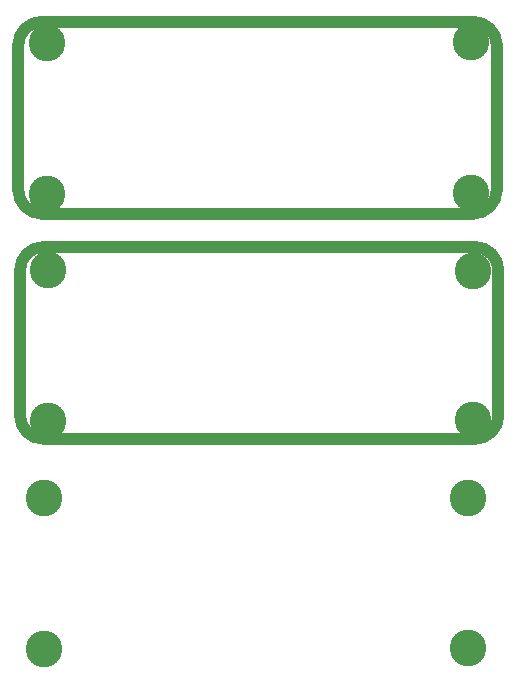
<source format=gbs>
G04 Layer: BottomSolderMaskLayer*
G04 EasyEDA Pro v2.2.20.11, 2024-05-07 19:23:25*
G04 Gerber Generator version 0.3*
G04 Scale: 100 percent, Rotated: No, Reflected: No*
G04 Dimensions in millimeters*
G04 Leading zeros omitted, absolute positions, 3 integers and 5 decimals*
%FSLAX35Y35*%
%MOMM*%
%ADD10C,1.0*%
%ADD11C,3.1016*%
%ADD12C,2.1336*%
G75*


G04 Rect Start*
G54D10*
G01X-2120776Y-579548D02*
G01X-2120776Y646052D01*
G02X-1920775Y846052I200000J0D01*
G01X1730524Y846052D01*
G02X1930524Y646052I0J-200000D01*
G01X1930524Y-579548D01*
G02X1730524Y-779548I-200000J0D01*
G01X-1920775Y-779548D01*
G02X-2120776Y-579548I0J200000D01*
G01X-2106170Y-2486655D02*
G01X-2106170Y-1261055D01*
G02X-1906170Y-1061055I200000J0D01*
G01X1745130Y-1061055D01*
G02X1945130Y-1261055I0J-200000D01*
G01X1945130Y-2486655D01*
G02X1745130Y-2686655I-200000J0D01*
G01X-1906170Y-2686655D01*
G02X-2106170Y-2486655I0J200000D01*
G04 Rect End*

G04 Pad Start*
G54D11*
G01X-1879476Y-614448D03*
G01X1713786Y677345D03*
G01X1713786Y-602637D03*
G01X-1879450Y665559D03*
G01X-1864870Y-2534255D03*
G54D12*
G01X-1864870Y-2534255D03*
G54D11*
G01X-1864845Y-1254247D03*
G54D12*
G01X-1864845Y-1254247D03*
G01X1728392Y-2522444D03*
G01X1728392Y-1266033D03*
G54D11*
G01X1728392Y-1266033D03*
G01X1728392Y-2522444D03*
G01X1689100Y-4456811D03*
G01X1689100Y-3187700D03*
G01X-1904162Y-4468622D03*
G01X-1904136Y-3188614D03*
G04 Pad End*

M02*


</source>
